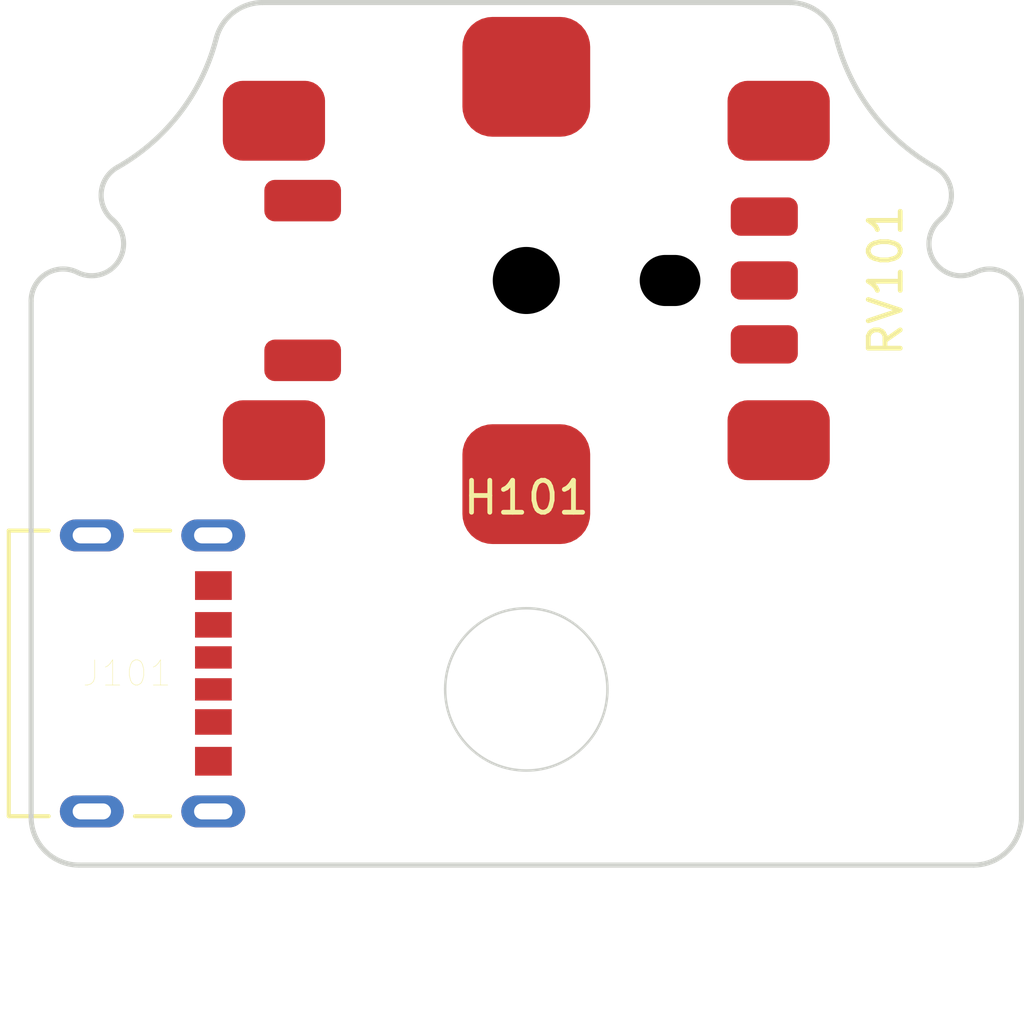
<source format=kicad_pcb>
(kicad_pcb (version 20210424) (generator pcbnew)
  (layers (0 "F.Cu" signal) (31 "B.Cu" signal) (34 "B.Paste" user) (35 "F.Paste" user) (36 "B.SilkS" user "B.Silkscreen") (37 "F.SilkS" user "F.Silkscreen") (38 "B.Mask" user) (39 "F.Mask" user) (44 "Edge.Cuts" user))
  (net 0 "")
  (net 8 "Net-(J101-PadA9)")
  (net 9 "Net-(J101-PadA12)")
  (net 10 "Net-(J101-PadS1)")
  (footprint "proj:UJC-HP-3-SMT-TR" (layer "F.Cu") (at 70.2 75.5 -90)
    (fp_text reference "J101" (at 0 2.7 180) (layer "F.SilkS") (effects (font (size 0.787402 0.787402) (thickness 0.015))))
    (fp_text value "UJC-HP-3-SMT-TR")
    (fp_line (start -4.47 6.4) (end -4.47 5.15) (layer "F.SilkS") (width 0.127))
    (fp_line (start -4.47 2.45) (end -4.47 1.35) (layer "F.SilkS") (width 0.127))
    (fp_line (start 4.47 2.45) (end 4.47 1.35) (layer "F.SilkS") (width 0.127))
    (fp_line (start 4.47 6.4) (end 4.47 5.15) (layer "F.SilkS") (width 0.127))
    (fp_line (start -4.47 6.4) (end 4.47 6.4) (layer "F.SilkS") (width 0.127))
    (pad "A5" smd rect (at -0.5 -0.005 270) (size 0.7 1.15) (layers "F.Cu" "F.Paste" "F.Mask"))
    (pad "A9" smd rect (at 1.52 -0.005 270) (size 0.8 1.15) (layers "F.Cu" "F.Paste" "F.Mask") (net 8 "Net-(J101-PadA9)"))
    (pad "A12" smd rect (at 2.75 -0.005 270) (size 0.9 1.15) (layers "F.Cu" "F.Paste" "F.Mask") (net 9 "Net-(J101-PadA12)"))
    (pad "B5" smd rect (at 0.5 -0.005 270) (size 0.7 1.15) (layers "F.Cu" "F.Paste" "F.Mask"))
    (pad "B9" smd rect (at -1.52 -0.005 270) (size 0.8 1.15) (layers "F.Cu" "F.Paste" "F.Mask") (net 8 "Net-(J101-PadA9)"))
    (pad "B12" smd rect (at -2.75 -0.005 270) (size 0.9 1.15) (layers "F.Cu" "F.Paste" "F.Mask") (net 9 "Net-(J101-PadA12)"))
    (pad "S1" thru_hole oval (at -4.32 0 270) (size 1 2) (drill oval 0.5 1.2) (layers *.Cu *.Mask) (net 10 "Net-(J101-PadS1)"))
    (pad "S2" thru_hole oval (at 4.32 0 270) (size 1 2) (drill oval 0.5 1.2) (layers *.Cu *.Mask) (net 10 "Net-(J101-PadS1)"))
    (pad "S3" thru_hole oval (at -4.32 3.8 270) (size 1 2) (drill oval 0.5 1.2) (layers *.Cu *.Mask) (net 10 "Net-(J101-PadS1)"))
    (pad "S4" thru_hole oval (at 4.32 3.8 270) (size 1 2) (drill oval 0.5 1.2) (layers *.Cu *.Mask) (net 10 "Net-(J101-PadS1)"))
  )
  (footprint "proj:MountingHole_5mm" (layer "F.Cu") (at 80 76)
    (fp_text reference "H101" (at 0 -6) (layer "F.SilkS"))
    (fp_text value "MountingHole")
    (pad "1" np_thru_hole circle locked (at 0 0) (size 5 5) (drill 5) (layers *.Cu *.Mask))
  )
  (footprint "proj:RK1191114001" (layer "F.Cu") (at 80 63.2 90)
    (fp_text reference "RV101" (at 0 11.25 90) (layer "F.SilkS"))
    (fp_text value "RK1191114001" hide)
    (pad "" np_thru_hole circle (at 0 0 90) (size 2.2 2.2) (drill 2.1) (layers *.Mask))
    (pad "" np_thru_hole oval (at 0 4.5 90) (size 1.7 2) (drill oval 1.6 1.9) (layers *.Mask))
    (pad "1" smd roundrect (at -2 7.45 90) (size 1.2 2.1) (layers "F.Cu" "F.Paste" "F.Mask"))
    (pad "2" smd roundrect (at 0 7.45 90) (size 1.2 2.1) (layers "F.Cu" "F.Paste" "F.Mask"))
    (pad "3" smd roundrect (at 2 7.45 90) (size 1.2 2.1) (layers "F.Cu" "F.Paste" "F.Mask"))
    (pad "4" smd roundrect (at -2.5 -7 90) (size 1.3 2.4) (layers "F.Cu" "F.Paste" "F.Mask"))
    (pad "5" smd roundrect (at 2.5 -7 90) (size 1.3 2.4) (layers "F.Cu" "F.Paste" "F.Mask"))
    (pad "MP" smd roundrect (at 5 -7.9 90) (size 2.5 3.2) (layers "F.Cu" "F.Paste" "F.Mask"))
    (pad "MP" smd roundrect (at 6.375 0 90) (size 3.75 4) (layers "F.Cu" "F.Paste" "F.Mask"))
    (pad "MP" smd roundrect (at 5 7.9 90) (size 2.5 3.2) (layers "F.Cu" "F.Paste" "F.Mask"))
    (pad "MP" smd roundrect (at -6.375 0 90) (size 3.75 4) (layers "F.Cu" "F.Paste" "F.Mask"))
    (pad "MP" smd roundrect (at -5 7.9 90) (size 2.5 3.2) (layers "F.Cu" "F.Paste" "F.Mask"))
    (pad "MP" smd roundrect (at -5 -7.9 90) (size 2.5 3.2) (layers "F.Cu" "F.Paste" "F.Mask"))
  )
  (gr_arc (start 71.746 56) (end 71.746 54.5) (angle -75.522) (layer "Edge.Cuts") (width 0.16))
  (gr_arc (start 94 80) (end 94 81.5) (angle -90) (layer "Edge.Cuts") (width 0.16))
  (gr_arc (start 94.5 63.841) (end 95.5 63.841) (angle -116.593) (layer "Edge.Cuts") (width 0.16))
  (gr_arc (start 96 54) (end 89.706 55.625) (angle -46.04) (layer "Edge.Cuts") (width 0.16))
  (gr_line (start 71.746 54.5) (end 88.254 54.5) (angle 90) (layer "Edge.Cuts") (width 0.16))
  (gr_arc (start 92.309 60.529) (end 92.957 61.29) (angle -110.13) (layer "Edge.Cuts") (width 0.16))
  (gr_arc (start 88.254 56) (end 89.706 55.625) (angle -75.522) (layer "Edge.Cuts") (width 0.16))
  (gr_arc (start 66.395 62.052) (end 65.948 62.946) (angle -166.205) (layer "Edge.Cuts") (width 0.16))
  (gr_circle (center 80 76) (end 77.5 76) (layer "Edge.Cuts") (width 0.16) (fill none))
  (gr_arc (start 65.5 63.841) (end 65.948 62.946) (angle -116.593) (layer "Edge.Cuts") (width 0.16))
  (gr_arc (start 67.691 60.529) (end 67.199 59.658) (angle -110.13) (layer "Edge.Cuts") (width 0.16))
  (gr_arc (start 66 80) (end 64.5 80) (angle -90) (layer "Edge.Cuts") (width 0.16))
  (gr_arc (start 93.605 62.052) (end 92.957 61.29) (angle -166.205) (layer "Edge.Cuts") (width 0.16))
  (gr_line (start 66 81.5) (end 94 81.5) (angle 90) (layer "Edge.Cuts") (width 0.16))
  (gr_arc (start 64 54) (end 67.199 59.658) (angle -46.04) (layer "Edge.Cuts") (width 0.16))
  (gr_line (start 64.5 63.841) (end 64.5 80) (angle 90) (layer "Edge.Cuts") (width 0.16))
  (gr_line (start 95.5 63.841) (end 95.5 80) (angle 90) (layer "Edge.Cuts") (width 0.16))
)
</source>
